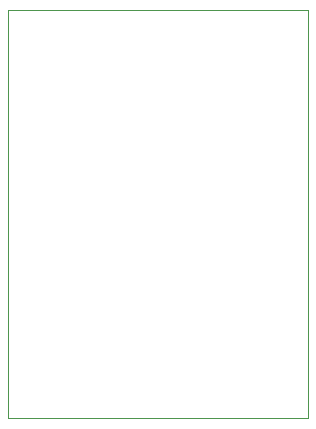
<source format=gbr>
G04 (created by PCBNEW (2013-jul-07)-stable) date Wed 01 Apr 2015 12:24:50 PM EDT*
%MOIN*%
G04 Gerber Fmt 3.4, Leading zero omitted, Abs format*
%FSLAX34Y34*%
G01*
G70*
G90*
G04 APERTURE LIST*
%ADD10C,0.00590551*%
%ADD11C,0.00393701*%
G04 APERTURE END LIST*
G54D10*
G54D11*
X35800Y-32200D02*
X25800Y-32200D01*
X25800Y-32200D02*
X25800Y-18600D01*
X35800Y-18600D02*
X35800Y-32200D01*
X25800Y-18600D02*
X35800Y-18600D01*
M02*

</source>
